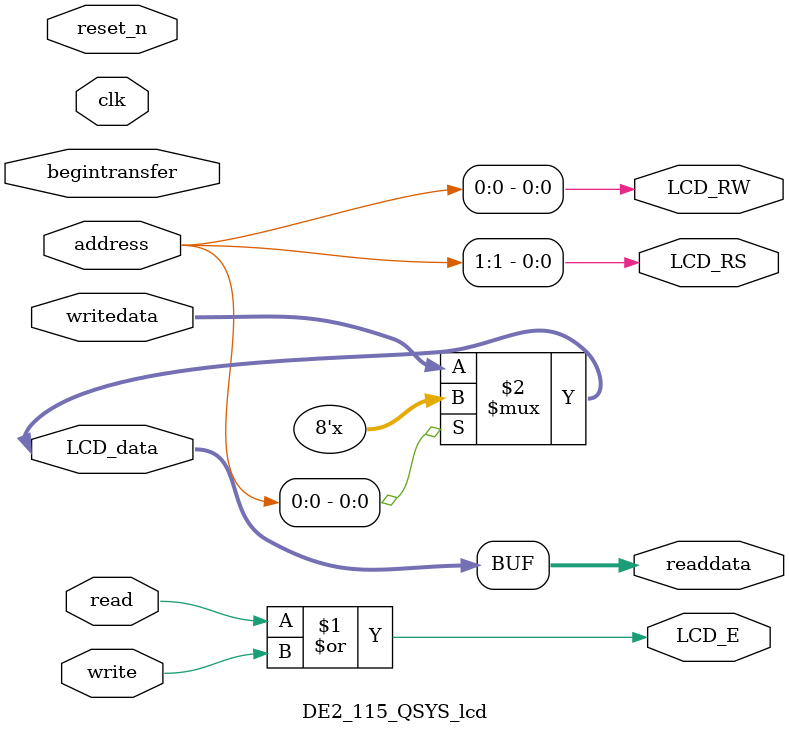
<source format=v>

`timescale 1ns / 1ps
// synthesis translate_on

// turn off superfluous verilog processor warnings 
// altera message_level Level1 
// altera message_off 10034 10035 10036 10037 10230 10240 10030 

module DE2_115_QSYS_lcd (
                          // inputs:
                           address,
                           begintransfer,
                           clk,
                           read,
                           reset_n,
                           write,
                           writedata,

                          // outputs:
                           LCD_E,
                           LCD_RS,
                           LCD_RW,
                           LCD_data,
                           readdata
                        )
;

  output           LCD_E;
  output           LCD_RS;
  output           LCD_RW;
  inout   [  7: 0] LCD_data;
  output  [  7: 0] readdata;
  input   [  1: 0] address;
  input            begintransfer;
  input            clk;
  input            read;
  input            reset_n;
  input            write;
  input   [  7: 0] writedata;

  wire             LCD_E;
  wire             LCD_RS;
  wire             LCD_RW;
  wire    [  7: 0] LCD_data;
  wire    [  7: 0] readdata;
  assign LCD_RW = address[0];
  assign LCD_RS = address[1];
  assign LCD_E = read | write;
  assign LCD_data = (address[0]) ? 8'bz : writedata;
  assign readdata = LCD_data;
  //control_slave, which is an e_avalon_slave

endmodule


</source>
